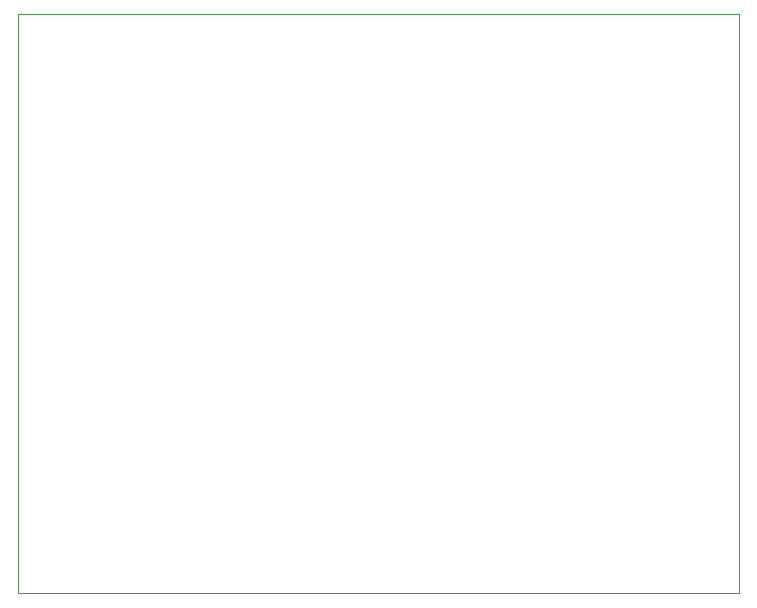
<source format=gbr>
%TF.GenerationSoftware,KiCad,Pcbnew,8.0.5*%
%TF.CreationDate,2025-02-06T11:15:49+08:00*%
%TF.ProjectId,arduino_solar_bikelight_1,61726475-696e-46f5-9f73-6f6c61725f62,rev?*%
%TF.SameCoordinates,Original*%
%TF.FileFunction,Paste,Bot*%
%TF.FilePolarity,Positive*%
%FSLAX46Y46*%
G04 Gerber Fmt 4.6, Leading zero omitted, Abs format (unit mm)*
G04 Created by KiCad (PCBNEW 8.0.5) date 2025-02-06 11:15:49*
%MOMM*%
%LPD*%
G01*
G04 APERTURE LIST*
%TA.AperFunction,Profile*%
%ADD10C,0.050000*%
%TD*%
G04 APERTURE END LIST*
D10*
X126745000Y-58395000D02*
X187745000Y-58395000D01*
X187745000Y-107395000D01*
X126745000Y-107395000D01*
X126745000Y-58395000D01*
M02*

</source>
